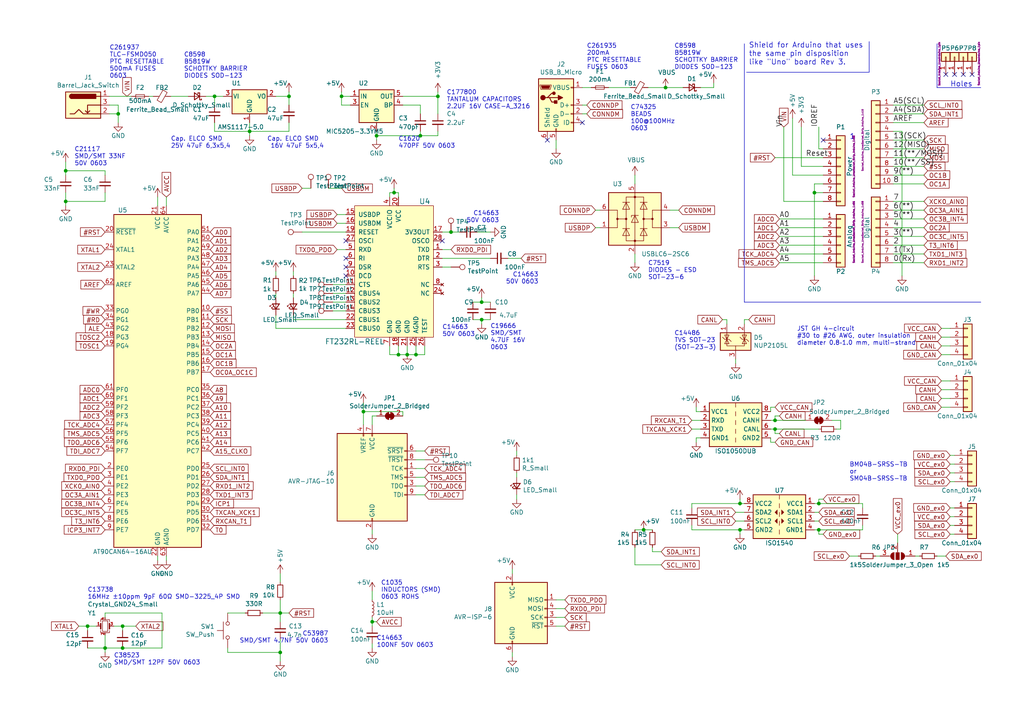
<source format=kicad_sch>
(kicad_sch (version 20220126) (generator eeschema)
  (paper "A4")
  (title_block (title "arducan") (date "2020-08-02") (rev "0") (company "-") (comment 1 "AT90CAN based Arduino-like Dev. Board") (comment 4 "Author: Henrique Faria"))
  (junction (at 30.48 187.96))
  (junction (at 237.49 153.67))
  (junction (at 120.65 102.87))
  (junction (at 35.56 187.96))
  (junction (at 81.28 189.23))
  (junction (at 121.92 39.37))
  (junction (at 118.11 102.87))
  (junction (at 105.41 119.38))
  (junction (at 214.63 153.67))
  (junction (at 186.69 153.67))
  (junction (at 107.95 180.34))
  (junction (at 35.56 181.61))
  (junction (at 224.79 121.92))
  (junction (at 214.63 146.05))
  (junction (at 237.49 146.05))
  (junction (at 83.82 27.94))
  (junction (at 127 27.94))
  (junction (at 139.7 92.71))
  (junction (at 25.4 181.61))
  (junction (at 193.04 25.4))
  (junction (at 19.05 49.53))
  (junction (at 19.05 58.42))
  (junction (at 72.39 38.1))
  (junction (at 130.81 67.31))
  (junction (at 81.28 177.8))
  (junction (at 34.29 33.02))
  (junction (at 62.23 27.94))
  (junction (at 109.22 39.37))
  (junction (at 114.3 55.88))
  (junction (at 99.06 27.94))
  (junction (at 236.22 55.88))
  (junction (at 115.57 102.87))
  (junction (at 224.79 124.46))
  (junction (at 139.7 87.63))
  (no_connect (at 100.33 74.93))
  (no_connect (at 168.91 35.56))
  (no_connect (at 276.86 21.59))
  (no_connect (at 100.33 69.85))
  (no_connect (at 158.75 40.64))
  (no_connect (at 281.94 21.59))
  (no_connect (at 128.27 69.85))
  (no_connect (at 100.33 77.47))
  (no_connect (at 279.4 21.59))
  (no_connect (at 100.33 80.01))
  (no_connect (at 238.76 40.64))
  (no_connect (at 274.32 21.59))
  (wire (pts (xy 275.59 132.08) (xy 276.86 132.08)))
  (wire (pts (xy 85.09 78.74) (xy 85.09 80.01)))
  (wire (pts (xy 120.65 140.97) (xy 123.19 140.97)))
  (wire (pts (xy 242.57 124.46) (xy 243.84 124.46)))
  (wire (pts (xy 113.03 55.88) (xy 114.3 55.88)))
  (wire (pts (xy 184.15 73.66) (xy 184.15 76.2)))
  (wire (pts (xy 224.79 121.92) (xy 224.79 120.65)))
  (wire (pts (xy 30.48 184.15) (xy 30.48 187.96)))
  (wire (pts (xy 223.52 124.46) (xy 224.79 124.46)))
  (wire (pts (xy 19.05 49.53) (xy 30.48 49.53)))
  (wire (pts (xy 250.19 153.67) (xy 250.19 152.4)))
  (wire (pts (xy 107.95 180.34) (xy 107.95 179.07)))
  (wire (pts (xy 45.72 161.29) (xy 45.72 162.56)))
  (wire (pts (xy 273.05 95.25) (xy 275.59 95.25)))
  (wire (pts (xy 151.13 74.93) (xy 147.32 74.93)))
  (wire (pts (xy 107.95 120.65) (xy 107.95 123.19)))
  (wire (pts (xy 243.84 124.46) (xy 243.84 121.92)))
  (wire (pts (xy 35.56 182.88) (xy 35.56 181.61)))
  (wire (pts (xy 207.01 25.4) (xy 207.01 24.13)))
  (wire (pts (xy 238.76 154.94) (xy 237.49 154.94)))
  (wire (pts (xy 19.05 50.8) (xy 19.05 49.53)))
  (wire (pts (xy 118.11 102.87) (xy 118.11 100.33)))
  (wire (pts (xy 31.75 30.48) (xy 34.29 30.48)))
  (wire (pts (xy 30.48 58.42) (xy 19.05 58.42)))
  (wire (pts (xy 30.48 187.96) (xy 30.48 189.23)))
  (wire (pts (xy 142.24 67.31) (xy 138.43 67.31)))
  (wire (pts (xy 260.35 157.48) (xy 260.35 154.94)))
  (wire (pts (xy 25.4 182.88) (xy 25.4 181.61)))
  (wire (pts (xy 116.84 30.48) (xy 121.92 30.48)))
  (wire (pts (xy 259.08 76.2) (xy 267.97 76.2)))
  (wire (pts (xy 186.69 153.67) (xy 184.15 153.67)))
  (wire (pts (xy 238.76 53.34) (xy 236.22 53.34)))
  (wire (pts (xy 118.11 102.87) (xy 120.65 102.87)))
  (wire (pts (xy 81.28 180.34) (xy 81.28 177.8)))
  (wire (pts (xy 237.49 153.67) (xy 250.19 153.67)))
  (wire (pts (xy 30.48 179.07) (xy 30.48 177.8)))
  (wire (pts (xy 191.77 163.83) (xy 184.15 163.83)))
  (wire (pts (xy 203.2 119.38) (xy 201.93 119.38)))
  (wire (pts (xy 200.66 124.46) (xy 203.2 124.46)))
  (wire (pts (xy 275.59 147.32) (xy 276.86 147.32)))
  (wire (pts (xy 227.33 58.42) (xy 227.33 36.83)))
  (wire (pts (xy 275.59 113.03) (xy 273.05 113.03)))
  (wire (pts (xy 223.52 128.27) (xy 224.79 128.27)))
  (wire (pts (xy 236.22 153.67) (xy 237.49 153.67)))
  (wire (pts (xy 83.82 27.94) (xy 80.01 27.94)))
  (wire (pts (xy 238.76 45.72) (xy 224.79 45.72)))
  (wire (pts (xy 85.09 86.36) (xy 85.09 85.09)))
  (wire (pts (xy 81.28 177.8) (xy 76.2 177.8)))
  (wire (pts (xy 236.22 55.88) (xy 236.22 80.01)))
  (wire (pts (xy 105.41 119.38) (xy 105.41 123.19)))
  (wire (pts (xy 238.76 68.58) (xy 226.06 68.58)))
  (wire (pts (xy 237.49 154.94) (xy 237.49 153.67)))
  (wire (pts (xy 273.05 115.57) (xy 275.59 115.57)))
  (wire (pts (xy 116.84 120.65) (xy 116.84 119.38)))
  (wire (pts (xy 259.08 53.34) (xy 267.97 53.34)))
  (wire (pts (xy 105.41 116.84) (xy 105.41 119.38)))
  (wire (pts (xy 161.29 181.61) (xy 163.83 181.61)))
  (wire (pts (xy 214.63 154.94) (xy 214.63 153.67)))
  (wire (pts (xy 237.49 43.18) (xy 238.76 43.18)))
  (wire (pts (xy 214.63 146.05) (xy 214.63 144.78)))
  (wire (pts (xy 209.55 92.71) (xy 210.82 92.71)))
  (wire (pts (xy 96.52 90.17) (xy 100.33 90.17)))
  (wire (pts (xy 238.76 48.26) (xy 232.41 48.26)))
  (wire (pts (xy 83.82 38.1) (xy 83.82 35.56)))
  (wire (pts (xy 259.08 38.1) (xy 261.62 38.1)))
  (wire (pts (xy 114.3 55.88) (xy 114.3 54.61)))
  (wire (pts (xy 109.22 40.64) (xy 109.22 39.37)))
  (wire (pts (xy 81.28 177.8) (xy 81.28 173.99)))
  (wire (pts (xy 224.79 124.46) (xy 224.79 125.73)))
  (wire (pts (xy 100.33 87.63) (xy 96.52 87.63)))
  (wire (pts (xy 107.95 171.45) (xy 107.95 173.99)))
  (wire (pts (xy 259.08 58.42) (xy 267.97 58.42)))
  (wire (pts (xy 46.99 187.96) (xy 35.56 187.96)))
  (wire (pts (xy 107.95 181.61) (xy 107.95 180.34)))
  (wire (pts (xy 97.79 72.39) (xy 100.33 72.39)))
  (wire (pts (xy 259.08 73.66) (xy 267.97 73.66)))
  (wire (pts (xy 99.06 27.94) (xy 101.6 27.94)))
  (wire (pts (xy 100.33 67.31) (xy 87.63 67.31)))
  (wire (pts (xy 80.01 78.74) (xy 80.01 80.01)))
  (wire (pts (xy 275.59 149.86) (xy 276.86 149.86)))
  (wire (pts (xy 120.65 130.81) (xy 123.19 130.81)))
  (wire (pts (xy 168.91 25.4) (xy 171.45 25.4)))
  (wire (pts (xy 81.28 168.91) (xy 81.28 166.37)))
  (wire (pts (xy 210.82 92.71) (xy 210.82 93.98)))
  (wire (pts (xy 275.59 118.11) (xy 273.05 118.11)))
  (wire (pts (xy 163.83 179.07) (xy 161.29 179.07)))
  (wire (pts (xy 130.81 72.39) (xy 128.27 72.39)))
  (wire (pts (xy 99.06 54.61) (xy 95.25 54.61)))
  (wire (pts (xy 137.16 87.63) (xy 139.7 87.63)))
  (wire (pts (xy 120.65 138.43) (xy 123.19 138.43)))
  (wire (pts (xy 265.43 161.29) (xy 266.7 161.29)))
  (wire (pts (xy 99.06 30.48) (xy 101.6 30.48)))
  (wire (pts (xy 66.04 187.96) (xy 66.04 189.23)))
  (wire (pts (xy 96.52 85.09) (xy 100.33 85.09)))
  (wire (pts (xy 120.65 102.87) (xy 123.19 102.87)))
  (wire (pts (xy 107.95 154.94) (xy 107.95 153.67)))
  (wire (pts (xy 34.29 33.02) (xy 34.29 35.56)))
  (wire (pts (xy 237.49 124.46) (xy 224.79 124.46)))
  (wire (pts (xy 236.22 146.05) (xy 237.49 146.05)))
  (wire (pts (xy 259.08 45.72) (xy 267.97 45.72)))
  (wire (pts (xy 107.95 187.96) (xy 107.95 186.69)))
  (wire (pts (xy 81.28 185.42) (xy 81.28 189.23)))
  (polyline (pts (xy 252.095 20.955) (xy 252.095 12.065)))
  (wire (pts (xy 237.49 36.83) (xy 237.49 43.18)))
  (wire (pts (xy 213.36 105.41) (xy 213.36 104.14)))
  (wire (pts (xy 201.93 119.38) (xy 201.93 118.11)))
  (wire (pts (xy 215.9 92.71) (xy 217.17 92.71)))
  (wire (pts (xy 196.85 66.04) (xy 194.31 66.04)))
  (wire (pts (xy 128.27 74.93) (xy 142.24 74.93)))
  (wire (pts (xy 237.49 146.05) (xy 250.19 146.05)))
  (wire (pts (xy 97.79 64.77) (xy 100.33 64.77)))
  (wire (pts (xy 223.52 119.38) (xy 223.52 118.11)))
  (wire (pts (xy 259.08 66.04) (xy 267.97 66.04)))
  (wire (pts (xy 161.29 173.99) (xy 163.83 173.99)))
  (wire (pts (xy 215.9 148.59) (xy 213.36 148.59)))
  (wire (pts (xy 238.76 71.12) (xy 226.06 71.12)))
  (wire (pts (xy 238.76 63.5) (xy 226.06 63.5)))
  (wire (pts (xy 275.59 154.94) (xy 276.86 154.94)))
  (wire (pts (xy 223.52 121.92) (xy 224.79 121.92)))
  (wire (pts (xy 113.03 102.87) (xy 113.03 100.33)))
  (wire (pts (xy 184.15 163.83) (xy 184.15 158.75)))
  (wire (pts (xy 261.62 38.1) (xy 261.62 80.01)))
  (wire (pts (xy 130.81 77.47) (xy 128.27 77.47)))
  (wire (pts (xy 83.82 26.67) (xy 83.82 27.94)))
  (wire (pts (xy 200.66 146.05) (xy 200.66 147.32)))
  (wire (pts (xy 224.79 121.92) (xy 233.68 121.92)))
  (wire (pts (xy 130.81 67.31) (xy 133.35 67.31)))
  (wire (pts (xy 109.22 120.65) (xy 107.95 120.65)))
  (wire (pts (xy 25.4 181.61) (xy 27.94 181.61)))
  (wire (pts (xy 250.19 147.32) (xy 250.19 146.05)))
  (wire (pts (xy 31.75 33.02) (xy 34.29 33.02)))
  (wire (pts (xy 83.82 177.8) (xy 81.28 177.8)))
  (wire (pts (xy 238.76 58.42) (xy 227.33 58.42)))
  (wire (pts (xy 80.01 95.25) (xy 100.33 95.25)))
  (wire (pts (xy 259.08 63.5) (xy 267.97 63.5)))
  (wire (pts (xy 90.17 54.61) (xy 87.63 54.61)))
  (wire (pts (xy 123.19 133.35) (xy 120.65 133.35)))
  (wire (pts (xy 31.75 27.94) (xy 38.1 27.94)))
  (wire (pts (xy 273.05 110.49) (xy 275.59 110.49)))
  (wire (pts (xy 275.59 134.62) (xy 276.86 134.62)))
  (wire (pts (xy 238.76 76.2) (xy 226.06 76.2)))
  (wire (pts (xy 173.99 60.96) (xy 172.72 60.96)))
  (wire (pts (xy 215.9 146.05) (xy 214.63 146.05)))
  (wire (pts (xy 72.39 38.1) (xy 83.82 38.1)))
  (wire (pts (xy 232.41 48.26) (xy 232.41 36.83)))
  (wire (pts (xy 259.08 35.56) (xy 267.97 35.56)))
  (wire (pts (xy 184.15 50.8) (xy 184.15 53.34)))
  (wire (pts (xy 62.23 30.48) (xy 62.23 27.94)))
  (wire (pts (xy 248.92 161.29) (xy 246.38 161.29)))
  (wire (pts (xy 149.86 144.78) (xy 149.86 143.51)))
  (wire (pts (xy 223.52 127) (xy 223.52 128.27)))
  (wire (pts (xy 116.84 27.94) (xy 127 27.94)))
  (wire (pts (xy 238.76 55.88) (xy 236.22 55.88)))
  (wire (pts (xy 259.08 48.26) (xy 267.97 48.26)))
  (wire (pts (xy 172.72 66.04) (xy 173.99 66.04)))
  (wire (pts (xy 62.23 35.56) (xy 62.23 38.1)))
  (wire (pts (xy 259.08 50.8) (xy 267.97 50.8)))
  (wire (pts (xy 48.26 57.15) (xy 48.26 59.69)))
  (wire (pts (xy 34.29 30.48) (xy 34.29 33.02)))
  (wire (pts (xy 30.48 177.8) (xy 46.99 177.8)))
  (wire (pts (xy 139.7 86.36) (xy 139.7 87.63)))
  (wire (pts (xy 96.52 82.55) (xy 100.33 82.55)))
  (polyline (pts (xy 271.78 25.4) (xy 271.78 12.7)))
  (wire (pts (xy 66.04 189.23) (xy 81.28 189.23)))
  (wire (pts (xy 59.69 27.94) (xy 62.23 27.94)))
  (wire (pts (xy 275.59 152.4) (xy 276.86 152.4)))
  (wire (pts (xy 85.09 92.71) (xy 85.09 91.44)))
  (wire (pts (xy 148.59 166.37) (xy 148.59 165.1)))
  (wire (pts (xy 22.86 181.61) (xy 25.4 181.61)))
  (polyline (pts (xy 216.535 20.955) (xy 252.095 20.955)))
  (wire (pts (xy 35.56 181.61) (xy 39.37 181.61)))
  (wire (pts (xy 214.63 153.67) (xy 215.9 153.67)))
  (wire (pts (xy 273.05 100.33) (xy 275.59 100.33)))
  (polyline (pts (xy 284.48 25.4) (xy 271.78 25.4)))
  (wire (pts (xy 99.06 26.67) (xy 99.06 27.94)))
  (wire (pts (xy 109.22 39.37) (xy 121.92 39.37)))
  (wire (pts (xy 30.48 49.53) (xy 30.48 50.8)))
  (wire (pts (xy 30.48 55.88) (xy 30.48 58.42)))
  (wire (pts (xy 259.08 60.96) (xy 267.97 60.96)))
  (wire (pts (xy 201.93 128.27) (xy 201.93 127)))
  (wire (pts (xy 187.96 25.4) (xy 193.04 25.4)))
  (wire (pts (xy 72.39 38.1) (xy 72.39 35.56)))
  (wire (pts (xy 237.49 144.78) (xy 237.49 146.05)))
  (wire (pts (xy 113.03 57.15) (xy 113.03 55.88)))
  (wire (pts (xy 238.76 144.78) (xy 237.49 144.78)))
  (wire (pts (xy 19.05 59.69) (xy 19.05 58.42)))
  (wire (pts (xy 203.2 121.92) (xy 200.66 121.92)))
  (wire (pts (xy 229.87 50.8) (xy 229.87 34.29)))
  (wire (pts (xy 115.57 102.87) (xy 115.57 100.33)))
  (wire (pts (xy 127 39.37) (xy 121.92 39.37)))
  (wire (pts (xy 214.63 153.67) (xy 200.66 153.67)))
  (wire (pts (xy 120.65 143.51) (xy 123.19 143.51)))
  (wire (pts (xy 62.23 27.94) (xy 64.77 27.94)))
  (wire (pts (xy 259.08 40.64) (xy 267.97 40.64)))
  (wire (pts (xy 49.53 27.94) (xy 54.61 27.94)))
  (wire (pts (xy 224.79 125.73) (xy 226.06 125.73)))
  (wire (pts (xy 189.23 153.67) (xy 186.69 153.67)))
  (wire (pts (xy 139.7 92.71) (xy 142.24 92.71)))
  (wire (pts (xy 120.65 102.87) (xy 120.65 100.33)))
  (wire (pts (xy 275.59 102.87) (xy 273.05 102.87)))
  (wire (pts (xy 44.45 27.94) (xy 43.18 27.94)))
  (wire (pts (xy 72.39 39.37) (xy 72.39 38.1)))
  (wire (pts (xy 83.82 30.48) (xy 83.82 27.94)))
  (wire (pts (xy 238.76 50.8) (xy 229.87 50.8)))
  (wire (pts (xy 176.53 25.4) (xy 182.88 25.4)))
  (wire (pts (xy 149.86 138.43) (xy 149.86 137.16)))
  (wire (pts (xy 236.22 148.59) (xy 237.49 148.59)))
  (wire (pts (xy 275.59 97.79) (xy 273.05 97.79)))
  (wire (pts (xy 259.08 30.48) (xy 267.97 30.48)))
  (wire (pts (xy 214.63 146.05) (xy 200.66 146.05)))
  (wire (pts (xy 114.3 55.88) (xy 115.57 55.88)))
  (wire (pts (xy 109.22 180.34) (xy 107.95 180.34)))
  (wire (pts (xy 191.77 160.02) (xy 189.23 160.02)))
  (wire (pts (xy 48.26 161.29) (xy 48.26 162.56)))
  (wire (pts (xy 30.48 187.96) (xy 35.56 187.96)))
  (wire (pts (xy 45.72 57.15) (xy 45.72 59.69)))
  (wire (pts (xy 213.36 151.13) (xy 215.9 151.13)))
  (wire (pts (xy 276.86 139.7) (xy 275.59 139.7)))
  (wire (pts (xy 259.08 68.58) (xy 267.97 68.58)))
  (wire (pts (xy 259.08 43.18) (xy 267.97 43.18)))
  (wire (pts (xy 236.22 53.34) (xy 236.22 55.88)))
  (polyline (pts (xy 215.9 87.63) (xy 284.48 87.63)))
  (wire (pts (xy 168.91 33.02) (xy 170.18 33.02)))
  (wire (pts (xy 200.66 153.67) (xy 200.66 152.4)))
  (wire (pts (xy 259.08 71.12) (xy 267.97 71.12)))
  (wire (pts (xy 127 26.67) (xy 127 27.94)))
  (wire (pts (xy 161.29 176.53) (xy 163.83 176.53)))
  (wire (pts (xy 80.01 86.36) (xy 80.01 85.09)))
  (wire (pts (xy 275.59 137.16) (xy 276.86 137.16)))
  (wire (pts (xy 236.22 151.13) (xy 237.49 151.13)))
  (wire (pts (xy 19.05 49.53) (xy 19.05 46.99)))
  (wire (pts (xy 168.91 30.48) (xy 170.18 30.48)))
  (wire (pts (xy 215.9 93.98) (xy 215.9 92.71)))
  (wire (pts (xy 115.57 102.87) (xy 113.03 102.87)))
  (wire (pts (xy 123.19 102.87) (xy 123.19 100.33)))
  (wire (pts (xy 161.29 40.64) (xy 161.29 43.18)))
  (wire (pts (xy 46.99 177.8) (xy 46.99 187.96)))
  (wire (pts (xy 201.93 127) (xy 203.2 127)))
  (wire (pts (xy 259.08 33.02) (xy 267.97 33.02)))
  (wire (pts (xy 243.84 121.92) (xy 241.3 121.92)))
  (wire (pts (xy 25.4 187.96) (xy 30.48 187.96)))
  (wire (pts (xy 271.78 161.29) (xy 274.32 161.29)))
  (wire (pts (xy 203.2 25.4) (xy 207.01 25.4)))
  (wire (pts (xy 109.22 39.37) (xy 109.22 38.1)))
  (wire (pts (xy 19.05 58.42) (xy 19.05 55.88)))
  (wire (pts (xy 139.7 93.98) (xy 139.7 92.71)))
  (wire (pts (xy 238.76 66.04) (xy 226.06 66.04)))
  (wire (pts (xy 127 39.37) (xy 127 38.1)))
  (wire (pts (xy 121.92 30.48) (xy 121.92 33.02)))
  (wire (pts (xy 223.52 118.11) (xy 224.79 118.11)))
  (wire (pts (xy 81.28 189.23) (xy 81.28 191.77)))
  (wire (pts (xy 193.04 25.4) (xy 198.12 25.4)))
  (wire (pts (xy 100.33 62.23) (xy 97.79 62.23)))
  (wire (pts (xy 71.12 177.8) (xy 66.04 177.8)))
  (wire (pts (xy 148.59 190.5) (xy 148.59 189.23)))
  (wire (pts (xy 149.86 132.08) (xy 149.86 130.81)))
  (wire (pts (xy 115.57 55.88) (xy 115.57 57.15)))
  (wire (pts (xy 100.33 92.71) (xy 85.09 92.71)))
  (wire (pts (xy 116.84 119.38) (xy 105.41 119.38)))
  (wire (pts (xy 99.06 27.94) (xy 99.06 30.48)))
  (wire (pts (xy 118.11 102.87) (xy 115.57 102.87)))
  (wire (pts (xy 139.7 87.63) (xy 142.24 87.63)))
  (wire (pts (xy 33.02 181.61) (xy 35.56 181.61)))
  (wire (pts (xy 121.92 39.37) (xy 121.92 38.1)))
  (polyline (pts (xy 215.9 12.7) (xy 215.9 87.63)))
  (wire (pts (xy 238.76 73.66) (xy 226.06 73.66)))
  (wire (pts (xy 224.79 120.65) (xy 226.06 120.65)))
  (wire (pts (xy 196.85 60.96) (xy 194.31 60.96)))
  (wire (pts (xy 62.23 38.1) (xy 72.39 38.1)))
  (wire (pts (xy 120.65 135.89) (xy 123.19 135.89)))
  (wire (pts (xy 80.01 91.44) (xy 80.01 95.25)))
  (wire (pts (xy 128.27 67.31) (xy 130.81 67.31)))
  (wire (pts (xy 127 27.94) (xy 127 33.02)))
  (wire (pts (xy 137.16 92.71) (xy 139.7 92.71)))
  (wire (pts (xy 254 161.29) (xy 255.27 161.29)))
  (wire (pts (xy 189.23 160.02) (xy 189.23 158.75)))
  (text "C13738 \n16MHz ±10ppm 9pF 60Ω SMD-3225_4P SMD" (at 25.4 173.99 0) (effects (font (size 1.27 1.27)) (justify left bottom)))
  (text "C74325\nBEADS \n100@100MHz\n0603\n" (at 182.88 38.1 0) (effects (font (size 1.27 1.27)) (justify left bottom)))
  (text "C14663\n50V 0603" (at 144.78 64.77 0) (effects (font (size 1.27 1.27)) (justify right bottom)))
  (text "C38523\nSMD/SMT 12PF 50V 0603 " (at 33.02 193.04 0) (effects (font (size 1.27 1.27)) (justify left bottom)))
  (text "C8598\nB5819W\nSCHOTTKY BARRIER \nDIODES SOD-123" (at 195.58 20.32 0) (effects (font (size 1.27 1.27)) (justify left bottom)))
  (text "Shield for Arduino that uses\nthe same pin disposition\nlike \"Uno\" board Rev 3." (at 217.17 19.05 0) (effects (font (size 1.524 1.524)) (justify left bottom)))
  (text "C7519\nDIODES - ESD \nSOT-23-6" (at 187.96 81.28 0) (effects (font (size 1.27 1.27)) (justify left bottom)))
  (text "C8598\nB5819W\nSCHOTTKY BARRIER \nDIODES SOD-123" (at 53.34 22.86 0) (effects (font (size 1.27 1.27)) (justify left bottom)))
  (text "BM04B-SRSS-TB\nor\nSM04B-SRSS-TB" (at 246.38 139.7 0) (effects (font (size 1.27 1.27)) (justify left bottom)))
  (text "C21117\nSMD/SMT 33NF \n50V 0603 " (at 21.59 48.26 0) (effects (font (size 1.27 1.27)) (justify left bottom)))
  (text "C14486\nTVS SOT-23\n(SOT-23-3)" (at 195.58 101.6 0) (effects (font (size 1.27 1.27)) (justify left bottom)))
  (text "1" (at 246.38 40.64 0) (effects (font (size 1.524 1.524)) (justify left bottom)))
  (text "C19666\nSMD/SMT \n4.7UF 16V \n0603" (at 142.24 101.6 0) (effects (font (size 1.27 1.27)) (justify left bottom)))
  (text "Holes" (at 275.59 25.4 0) (effects (font (size 1.524 1.524)) (justify left bottom)))
  (text "Cap. ELCO SMD \n25V 47uF 6,3x5,4" (at 49.53 43.18 0) (effects (font (size 1.27 1.27)) (justify left bottom)))
  (text "C14663\n50V 0603" (at 156.21 82.55 0) (effects (font (size 1.27 1.27)) (justify right bottom)))
  (text "\nC1035\nINDUCTORS (SMD)\n0603 ROHS" (at 110.49 173.99 0) (effects (font (size 1.27 1.27)) (justify left bottom)))
  (text "C1620\n470PF 50V 0603" (at 115.57 43.18 0) (effects (font (size 1.27 1.27)) (justify left bottom)))
  (text "C14663\n50V 0603" (at 128.27 97.79 0) (effects (font (size 1.27 1.27)) (justify left bottom)))
  (text "C261937\nTLC-FSMD050\nPTC RESETTABLE \n500mA FUSES \n0603" (at 31.75 22.86 0) (effects (font (size 1.27 1.27)) (justify left bottom)))
  (text "Cap. ELCO SMD\n 16V 47uF 5x5,4" (at 77.47 43.18 0) (effects (font (size 1.27 1.27)) (justify left bottom)))
  (text "C14663\n100NF 50V 0603" (at 109.22 187.96 0) (effects (font (size 1.27 1.27)) (justify left bottom)))
  (text "C261935\n200mA\nPTC RESETTABLE \nFUSES 0603" (at 170.18 20.32 0) (effects (font (size 1.27 1.27)) (justify left bottom)))
  (text "JST GH 4-circuit\n#30 to #26 AWG, outer insulation \ndiameter 0.8–1.0 mm, multi-strand" (at 231.14 100.33 0) (effects (font (size 1.27 1.27)) (justify left bottom)))
  (text "C53987\nSMD/SMT 4.7NF 50V 0603" (at 95.25 186.69 0) (effects (font (size 1.27 1.27)) (justify right bottom)))
  (text "C177800\nTANTALUM CAPACITORS \n2.2UF 16V CASE-A_3216" (at 129.54 31.75 0) (effects (font (size 1.27 1.27)) (justify left bottom)))
  (label "A5" (at 226.06 76.2 0) (effects (font (size 1.524 1.524))))
  (label "13(SCK)" (at 259.08 40.64 0) (effects (font (size 1.524 1.524))))
  (label "7" (at 259.08 58.42 0) (effects (font (size 1.524 1.524))))
  (label "11(**/MOSI)" (at 259.08 45.72 0) (effects (font (size 1.524 1.524))))
  (label "12(MISO)" (at 259.08 43.18 0) (effects (font (size 1.524 1.524))))
  (label "4" (at 259.08 66.04 0) (effects (font (size 1.524 1.524))))
  (label "A4" (at 226.06 73.66 0) (effects (font (size 1.524 1.524))))
  (label "10(**/SS)" (at 259.08 48.26 0) (effects (font (size 1.524 1.524))))
  (label "AREF" (at 259.08 35.56 0) (effects (font (size 1.524 1.524))))
  (label "A0" (at 226.06 63.5 0) (effects (font (size 1.524 1.524))))
  (label "3(**)" (at 259.08 68.58 0) (effects (font (size 1.524 1.524))))
  (label "5(**)" (at 259.08 63.5 0) (effects (font (size 1.524 1.524))))
  (label "Vin" (at 227.33 36.83 90) (effects (font (size 1.524 1.524))))
  (label "Reset" (at 233.68 45.72 0) (effects (font (size 1.524 1.524))))
  (label "8" (at 259.08 53.34 0) (effects (font (size 1.524 1.524))))
  (label "2" (at 259.08 71.12 0) (effects (font (size 1.524 1.524))))
  (label "IOREF" (at 237.49 36.83 90) (effects (font (size 1.524 1.524))))
  (label "6(**)" (at 259.08 60.96 0) (effects (font (size 1.524 1.524))))
  (label "A2" (at 226.06 68.58 0) (effects (font (size 1.524 1.524))))
  (label "A3" (at 226.06 71.12 0) (effects (font (size 1.524 1.524))))
  (label "A1" (at 226.06 66.04 0) (effects (font (size 1.524 1.524))))
  (label "9(**)" (at 259.08 50.8 0) (effects (font (size 1.524 1.524))))
  (label "0(Rx)" (at 259.08 76.2 0) (effects (font (size 1.524 1.524))))
  (label "A5(SCL)" (at 259.08 30.48 0) (effects (font (size 1.524 1.524))))
  (label "A4(SDA)" (at 259.08 33.02 0) (effects (font (size 1.524 1.524))))
  (label "1(Tx)" (at 259.08 73.66 0) (effects (font (size 1.524 1.524))))
  (global_label "ALE" (shape input) (at 30.48 95.25 180) (property "Intersheet References" "${INTERSHEET_REFS}" (effects hide)))
  (global_label "A9" (shape input) (at 60.96 115.57 0) (property "Intersheet References" "${INTERSHEET_REFS}" (effects hide)))
  (global_label "#RST" (shape input) (at 123.19 130.81 0) (property "Intersheet References" "${INTERSHEET_REFS}" (effects hide)))
  (global_label "OC1B" (shape input) (at 60.96 105.41 0) (property "Intersheet References" "${INTERSHEET_REFS}" (effects hide)))
  (global_label "XTAL1" (shape input) (at 30.48 72.39 180) (property "Intersheet References" "${INTERSHEET_REFS}" (effects hide)))
  (global_label "CONNDP" (shape input) (at 170.18 30.48 0) (property "Intersheet References" "${INTERSHEET_REFS}" (effects hide)))
  (global_label "OC2A" (shape input) (at 60.96 100.33 0) (property "Intersheet References" "${INTERSHEET_REFS}" (effects hide)))
  (global_label "USBDM" (shape input) (at 99.06 54.61 0) (property "Intersheet References" "${INTERSHEET_REFS}" (effects hide)))
  (global_label "CANH" (shape input) (at 273.05 113.03 180) (property "Intersheet References" "${INTERSHEET_REFS}" (effects hide)))
  (global_label "GND_ex0" (shape input) (at 275.59 132.08 180) (property "Intersheet References" "${INTERSHEET_REFS}" (effects hide)))
  (global_label "#SS" (shape input) (at 60.96 90.17 0) (property "Intersheet References" "${INTERSHEET_REFS}" (effects hide)))
  (global_label "TDO_ADC6" (shape input) (at 30.48 128.27 180) (property "Intersheet References" "${INTERSHEET_REFS}" (effects hide)))
  (global_label "ADC3" (shape input) (at 226.06 71.12 180) (property "Intersheet References" "${INTERSHEET_REFS}" (effects hide)))
  (global_label "TDO_ADC6" (shape input) (at 123.19 140.97 0) (property "Intersheet References" "${INTERSHEET_REFS}" (effects hide)))
  (global_label "OC3B_INT4" (shape input) (at 30.48 146.05 180) (property "Intersheet References" "${INTERSHEET_REFS}" (effects hide)))
  (global_label "A11" (shape input) (at 60.96 120.65 0) (property "Intersheet References" "${INTERSHEET_REFS}" (effects hide)))
  (global_label "ADC3" (shape input) (at 30.48 120.65 180) (property "Intersheet References" "${INTERSHEET_REFS}" (effects hide)))
  (global_label "XCK0_AIN0" (shape input) (at 267.97 58.42 0) (property "Intersheet References" "${INTERSHEET_REFS}" (effects hide)))
  (global_label "USBDM" (shape input) (at 97.79 64.77 180) (property "Intersheet References" "${INTERSHEET_REFS}" (effects hide)))
  (global_label "AD6" (shape input) (at 60.96 82.55 0) (property "Intersheet References" "${INTERSHEET_REFS}" (effects hide)))
  (global_label "TXD0_PDO" (shape input) (at 163.83 173.99 0) (property "Intersheet References" "${INTERSHEET_REFS}" (effects hide)))
  (global_label "OC3A_AIN1" (shape input) (at 30.48 143.51 180) (property "Intersheet References" "${INTERSHEET_REFS}" (effects hide)))
  (global_label "MISO" (shape input) (at 60.96 97.79 0) (property "Intersheet References" "${INTERSHEET_REFS}" (effects hide)))
  (global_label "TXCAN_XCK1" (shape input) (at 60.96 148.59 0) (property "Intersheet References" "${INTERSHEET_REFS}" (effects hide)))
  (global_label "OC1A" (shape input) (at 267.97 53.34 0) (property "Intersheet References" "${INTERSHEET_REFS}" (effects hide)))
  (global_label "CANH" (shape input) (at 273.05 97.79 180) (property "Intersheet References" "${INTERSHEET_REFS}" (effects hide)))
  (global_label "VIN" (shape input) (at 227.33 36.83 90) (property "Intersheet References" "${INTERSHEET_REFS}" (effects hide)))
  (global_label "RXCAN_T1" (shape input) (at 60.96 151.13 0) (property "Intersheet References" "${INTERSHEET_REFS}" (effects hide)))
  (global_label "OC3C_INT5" (shape input) (at 267.97 68.58 0) (property "Intersheet References" "${INTERSHEET_REFS}" (effects hide)))
  (global_label "SCL_ex0" (shape input) (at 246.38 161.29 180) (property "Intersheet References" "${INTERSHEET_REFS}" (effects hide)))
  (global_label "USBDM" (shape input) (at 196.85 66.04 0) (property "Intersheet References" "${INTERSHEET_REFS}" (effects hide)))
  (global_label "SDA_INT1" (shape input) (at 191.77 160.02 0) (property "Intersheet References" "${INTERSHEET_REFS}" (effects hide)))
  (global_label "RXD0_PDI" (shape input) (at 30.48 135.89 180) (property "Intersheet References" "${INTERSHEET_REFS}" (effects hide)))
  (global_label "VCC_CAN" (shape input) (at 273.05 95.25 180) (property "Intersheet References" "${INTERSHEET_REFS}" (effects hide)))
  (global_label "A13" (shape input) (at 60.96 125.73 0) (property "Intersheet References" "${INTERSHEET_REFS}" (effects hide)))
  (global_label "SDA_INT1" (shape input) (at 213.36 148.59 180) (property "Intersheet References" "${INTERSHEET_REFS}" (effects hide)))
  (global_label "TMS_ADC5" (shape input) (at 123.19 138.43 0) (property "Intersheet References" "${INTERSHEET_REFS}" (effects hide)))
  (global_label "TOSC2" (shape input) (at 30.48 97.79 180) (property "Intersheet References" "${INTERSHEET_REFS}" (effects hide)))
  (global_label "#RST" (shape input) (at 163.83 181.61 0) (property "Intersheet References" "${INTERSHEET_REFS}" (effects hide)))
  (global_label "OC3A_AIN1" (shape input) (at 267.97 60.96 0) (property "Intersheet References" "${INTERSHEET_REFS}" (effects hide)))
  (global_label "OC3B_INT4" (shape input) (at 267.97 63.5 0) (property "Intersheet References" "${INTERSHEET_REFS}" (effects hide)))
  (global_label "ADC1" (shape input) (at 226.06 66.04 180) (property "Intersheet References" "${INTERSHEET_REFS}" (effects hide)))
  (global_label "VCC_ex0" (shape input) (at 260.35 154.94 90) (property "Intersheet References" "${INTERSHEET_REFS}" (effects hide)))
  (global_label "#RST" (shape input) (at 224.79 45.72 180) (property "Intersheet References" "${INTERSHEET_REFS}" (effects hide)))
  (global_label "XTAL1" (shape input) (at 22.86 181.61 180) (property "Intersheet References" "${INTERSHEET_REFS}" (effects hide)))
  (global_label "GND_ex0" (shape input) (at 275.59 147.32 180) (property "Intersheet References" "${INTERSHEET_REFS}" (effects hide)))
  (global_label "USBDP" (shape input) (at 87.63 54.61 180) (property "Intersheet References" "${INTERSHEET_REFS}" (effects hide)))
  (global_label "SCL_INT0" (shape input) (at 191.77 163.83 0) (property "Intersheet References" "${INTERSHEET_REFS}" (effects hide)))
  (global_label "A8" (shape input) (at 60.96 113.03 0) (property "Intersheet References" "${INTERSHEET_REFS}" (effects hide)))
  (global_label "AREF" (shape input) (at 30.48 82.55 180) (property "Intersheet References" "${INTERSHEET_REFS}" (effects hide)))
  (global_label "OC1B" (shape input) (at 267.97 50.8 0) (property "Intersheet References" "${INTERSHEET_REFS}" (effects hide)))
  (global_label "CONNDM" (shape input) (at 170.18 33.02 0) (property "Intersheet References" "${INTERSHEET_REFS}" (effects hide)))
  (global_label "RXD0_PDI" (shape input) (at 163.83 176.53 0) (property "Intersheet References" "${INTERSHEET_REFS}" (effects hide)))
  (global_label "MOSI" (shape input) (at 60.96 95.25 0) (property "Intersheet References" "${INTERSHEET_REFS}" (effects hide)))
  (global_label "#RST" (shape input) (at 83.82 177.8 0) (property "Intersheet References" "${INTERSHEET_REFS}" (effects hide)))
  (global_label "AVCC" (shape input) (at 109.22 180.34 0) (property "Intersheet References" "${INTERSHEET_REFS}" (effects hide)))
  (global_label "TXD1_INT3" (shape input) (at 60.96 143.51 0) (property "Intersheet References" "${INTERSHEET_REFS}" (effects hide)))
  (global_label "SCL_INT0" (shape input) (at 213.36 151.13 180) (property "Intersheet References" "${INTERSHEET_REFS}" (effects hide)))
  (global_label "CONNDP" (shape input) (at 172.72 60.96 180) (property "Intersheet References" "${INTERSHEET_REFS}" (effects hide)))
  (global_label "ICP1" (shape input) (at 60.96 146.05 0) (property "Intersheet References" "${INTERSHEET_REFS}" (effects hide)))
  (global_label "CANH" (shape input) (at 226.06 120.65 0) (property "Intersheet References" "${INTERSHEET_REFS}" (effects hide)))
  (global_label "VCC_CAN" (shape input) (at 273.05 110.49 180) (property "Intersheet References" "${INTERSHEET_REFS}" (effects hide)))
  (global_label "TCK_ADC4" (shape input) (at 226.06 73.66 180) (property "Intersheet References" "${INTERSHEET_REFS}" (effects hide)))
  (global_label "SDA_ex0" (shape input) (at 275.59 152.4 180) (property "Intersheet References" "${INTERSHEET_REFS}" (effects hide)))
  (global_label "RXD1_INT2" (shape input) (at 60.96 140.97 0) (property "Intersheet References" "${INTERSHEET_REFS}" (effects hide)))
  (global_label "SCK" (shape input) (at 267.97 40.64 0) (property "Intersheet References" "${INTERSHEET_REFS}" (effects hide)))
  (global_label "TCK_ADC4" (shape input) (at 123.19 135.89 0) (property "Intersheet References" "${INTERSHEET_REFS}" (effects hide)))
  (global_label "SDA_INT1" (shape input) (at 60.96 138.43 0) (property "Intersheet References" "${INTERSHEET_REFS}" (effects hide)))
  (global_label "AD7" (shape input) (at 60.96 85.09 0) (property "Intersheet References" "${INTERSHEET_REFS}" (effects hide)))
  (global_label "ADC2" (shape input) (at 30.48 118.11 180) (property "Intersheet References" "${INTERSHEET_REFS}" (effects hide)))
  (global_label "RXCAN_T1" (shape input) (at 200.66 121.92 180) (property "Intersheet References" "${INTERSHEET_REFS}" (effects hide)))
  (global_label "VCC_ex0" (shape input) (at 238.76 144.78 0) (property "Intersheet References" "${INTERSHEET_REFS}" (effects hide)))
  (global_label "T3_INT6" (shape input) (at 267.97 71.12 0) (property "Intersheet References" "${INTERSHEET_REFS}" (effects hide)))
  (global_label "SCL_ex0" (shape input) (at 275.59 139.7 180) (property "Intersheet References" "${INTERSHEET_REFS}" (effects hide)))
  (global_label "SDA_ex0" (shape input) (at 274.32 161.29 0) (property "Intersheet References" "${INTERSHEET_REFS}" (effects hide)))
  (global_label "TCK_ADC4" (shape input) (at 30.48 123.19 180) (property "Intersheet References" "${INTERSHEET_REFS}" (effects hide)))
  (global_label "XCK0_AIN0" (shape input) (at 30.48 140.97 180) (property "Intersheet References" "${INTERSHEET_REFS}" (effects hide)))
  (global_label "MISO" (shape input) (at 267.97 43.18 0) (property "Intersheet References" "${INTERSHEET_REFS}" (effects hide)))
  (global_label "GND_CAN" (shape input) (at 273.05 118.11 180) (property "Intersheet References" "${INTERSHEET_REFS}" (effects hide)))
  (global_label "USBDP" (shape input) (at 97.79 62.23 180) (property "Intersheet References" "${INTERSHEET_REFS}" (effects hide)))
  (global_label "T3_INT6" (shape input) (at 30.48 151.13 180) (property "Intersheet References" "${INTERSHEET_REFS}" (effects hide)))
  (global_label "A10" (shape input) (at 60.96 118.11 0) (property "Intersheet References" "${INTERSHEET_REFS}" (effects hide)))
  (global_label "XTAL2" (shape input) (at 30.48 77.47 180) (property "Intersheet References" "${INTERSHEET_REFS}" (effects hide)))
  (global_label "A12" (shape input) (at 60.96 123.19 0) (property "Intersheet References" "${INTERSHEET_REFS}" (effects hide)))
  (global_label "TMS_ADC5" (shape input) (at 226.06 76.2 180) (property "Intersheet References" "${INTERSHEET_REFS}" (effects hide)))
  (global_label "SCL_ex0" (shape input) (at 237.49 151.13 0) (property "Intersheet References" "${INTERSHEET_REFS}" (effects hide)))
  (global_label "#RD" (shape input) (at 30.48 92.71 180) (property "Intersheet References" "${INTERSHEET_REFS}" (effects hide)))
  (global_label "ADC2" (shape input) (at 226.06 68.58 180) (property "Intersheet References" "${INTERSHEET_REFS}" (effects hide)))
  (global_label "AD5" (shape input) (at 60.96 80.01 0) (property "Intersheet References" "${INTERSHEET_REFS}" (effects hide)))
  (global_label "SCL_INT0" (shape input) (at 267.97 30.48 0) (property "Intersheet References" "${INTERSHEET_REFS}" (effects hide)))
  (global_label "TXD1_INT3" (shape input) (at 267.97 73.66 0) (property "Intersheet References" "${INTERSHEET_REFS}" (effects hide)))
  (global_label "AD0" (shape input) (at 60.96 67.31 0) (property "Intersheet References" "${INTERSHEET_REFS}" (effects hide)))
  (global_label "SDA_ex0" (shape input) (at 237.49 148.59 0) (property "Intersheet References" "${INTERSHEET_REFS}" (effects hide)))
  (global_label "OC2A" (shape input) (at 267.97 66.04 0) (property "Intersheet References" "${INTERSHEET_REFS}" (effects hide)))
  (global_label "CANL" (shape input) (at 226.06 125.73 0) (property "Intersheet References" "${INTERSHEET_REFS}" (effects hide)))
  (global_label "ICP3_INT7" (shape input) (at 30.48 153.67 180) (property "Intersheet References" "${INTERSHEET_REFS}" (effects hide)))
  (global_label "XTAL2" (shape input) (at 39.37 181.61 0) (property "Intersheet References" "${INTERSHEET_REFS}" (effects hide)))
  (global_label "AD2" (shape input) (at 60.96 72.39 0) (property "Intersheet References" "${INTERSHEET_REFS}" (effects hide)))
  (global_label "MOSI" (shape input) (at 267.97 45.72 0) (property "Intersheet References" "${INTERSHEET_REFS}" (effects hide)))
  (global_label "AD1" (shape input) (at 60.96 69.85 0) (property "Intersheet References" "${INTERSHEET_REFS}" (effects hide)))
  (global_label "RXD1_INT2" (shape input) (at 267.97 76.2 0) (property "Intersheet References" "${INTERSHEET_REFS}" (effects hide)))
  (global_label "AREF" (shape input) (at 267.97 35.56 0) (property "Intersheet References" "${INTERSHEET_REFS}" (effects hide)))
  (global_label "#SS" (shape input) (at 267.97 48.26 0) (property "Intersheet References" "${INTERSHEET_REFS}" (effects hide)))
  (global_label "VCC_CAN" (shape input) (at 224.79 118.11 0) (property "Intersheet References" "${INTERSHEET_REFS}" (effects hide)))
  (global_label "AD4" (shape input) (at 60.96 77.47 0) (property "Intersheet References" "${INTERSHEET_REFS}" (effects hide)))
  (global_label "SCL_ex0" (shape input) (at 275.59 154.94 180) (property "Intersheet References" "${INTERSHEET_REFS}" (effects hide)))
  (global_label "A14" (shape input) (at 60.96 128.27 0) (property "Intersheet References" "${INTERSHEET_REFS}" (effects hide)))
  (global_label "SCK" (shape input) (at 60.96 92.71 0) (property "Intersheet References" "${INTERSHEET_REFS}" (effects hide)))
  (global_label "ADC0" (shape input) (at 30.48 113.03 180) (property "Intersheet References" "${INTERSHEET_REFS}" (effects hide)))
  (global_label "OC0A_OC1C" (shape input) (at 60.96 107.95 0) (property "Intersheet References" "${INTERSHEET_REFS}" (effects hide)))
  (global_label "#RST" (shape input) (at 151.13 74.93 0) (property "Intersheet References" "${INTERSHEET_REFS}" (effects hide)))
  (global_label "VCC_ex0" (shape input) (at 275.59 149.86 180) (property "Intersheet References" "${INTERSHEET_REFS}" (effects hide)))
  (global_label "AVCC" (shape input) (at 48.26 57.15 90) (property "Intersheet References" "${INTERSHEET_REFS}" (effects hide)))
  (global_label "TOSC1" (shape input) (at 30.48 100.33 180) (property "Intersheet References" "${INTERSHEET_REFS}" (effects hide)))
  (global_label "TDI_ADC7" (shape input) (at 123.19 143.51 0) (property "Intersheet References" "${INTERSHEET_REFS}" (effects hide)))
  (global_label "TXD0_PDO" (shape input) (at 30.48 138.43 180) (property "Intersheet References" "${INTERSHEET_REFS}" (effects hide)))
  (global_label "TMS_ADC5" (shape input) (at 30.48 125.73 180) (property "Intersheet References" "${INTERSHEET_REFS}" (effects hide)))
  (global_label "#RST" (shape input) (at 30.48 67.31 180) (property "Intersheet References" "${INTERSHEET_REFS}" (effects hide)))
  (global_label "GND_ex0" (shape input) (at 238.76 154.94 0) (property "Intersheet References" "${INTERSHEET_REFS}" (effects hide)))
  (global_label "T0" (shape input) (at 60.96 153.67 0) (property "Intersheet References" "${INTERSHEET_REFS}" (effects hide)))
  (global_label "SDA_INT1" (shape input) (at 267.97 33.02 0) (property "Intersheet References" "${INTERSHEET_REFS}" (effects hide)))
  (global_label "SDA_ex0" (shape input) (at 275.59 137.16 180) (property "Intersheet References" "${INTERSHEET_REFS}" (effects hide)))
  (global_label "ADC1" (shape input) (at 30.48 115.57 180) (property "Intersheet References" "${INTERSHEET_REFS}" (effects hide)))
  (global_label "SCK" (shape input) (at 163.83 179.07 0) (property "Intersheet References" "${INTERSHEET_REFS}" (effects hide)))
  (global_label "CANH" (shape input) (at 217.17 92.71 0) (property "Intersheet References" "${INTERSHEET_REFS}" (effects hide)))
  (global_label "GND_CAN" (shape input) (at 224.79 128.27 0) (property "Intersheet References" "${INTERSHEET_REFS}" (effects hide)))
  (global_label "TXCAN_XCK1" (shape input) (at 200.66 124.46 180) (property "Intersheet References" "${INTERSHEET_REFS}" (effects hide)))
  (global_label "CANL" (shape input) (at 273.05 100.33 180) (property "Intersheet References" "${INTERSHEET_REFS}" (effects hide)))
  (global_label "CONNDM" (shape input) (at 196.85 60.96 0) (property "Intersheet References" "${INTERSHEET_REFS}" (effects hide)))
  (global_label "ADC0" (shape input) (at 226.06 63.5 180) (property "Intersheet References" "${INTERSHEET_REFS}" (effects hide)))
  (global_label "TDI_ADC7" (shape input) (at 30.48 130.81 180) (property "Intersheet References" "${INTERSHEET_REFS}" (effects hide)))
  (global_label "GND_CAN" (shape input) (at 273.05 102.87 180) (property "Intersheet References" "${INTERSHEET_REFS}" (effects hide)))
  (global_label "AD3" (shape input) (at 60.96 74.93 0) (property "Intersheet References" "${INTERSHEET_REFS}" (effects hide)))
  (global_label "OC1A" (shape input) (at 60.96 102.87 0) (property "Intersheet References" "${INTERSHEET_REFS}" (effects hide)))
  (global_label "RXD0_PDI" (shape input) (at 130.81 72.39 0) (property "Intersheet References" "${INTERSHEET_REFS}" (effects hide)))
  (global_label "A15_CLKO" (shape input) (at 60.96 130.81 0) (property "Intersheet References" "${INTERSHEET_REFS}" (effects hide)))
  (global_label "VCC_ex0" (shape input) (at 275.59 134.62 180) (property "Intersheet References" "${INTERSHEET_REFS}" (effects hide)))
  (global_label "OC3C_INT5" (shape input) (at 30.48 148.59 180) (property "Intersheet References" "${INTERSHEET_REFS}" (effects hide)))
  (global_label "SCL_INT0" (shape input) (at 60.96 135.89 0) (property "Intersheet References" "${INTERSHEET_REFS}" (effects hide)))
  (global_label "CANL" (shape input) (at 273.05 115.57 180) (property "Intersheet References" "${INTERSHEET_REFS}" (effects hide)))
  (global_label "TXD0_PDO" (shape input) (at 97.79 72.39 180) (property "Intersheet References" "${INTERSHEET_REFS}" (effects hide)))
  (global_label "VIN" (shape input) (at 36.83 27.94 90) (property "Intersheet References" "${INTERSHEET_REFS}" (effects hide)))
  (global_label "USBDP" (shape input) (at 172.72 66.04 180) (property "Intersheet References" "${INTERSHEET_REFS}" (effects hide)))
  (global_label "CANL" (shape input) (at 209.55 92.71 180) (property "Intersheet References" "${INTERSHEET_REFS}" (effects hide)))
  (global_label "#WR" (shape input) (at 30.48 90.17 180) (property "Intersheet References" "${INTERSHEET_REFS}" (effects hide)))
  (symbol (lib_id "Connector_Generic:Conn_01x08") (at 243.84 48.26 0) (unit 1)
    (property "Reference" "P1" (at 243.84 36.83 0))
    (property "Value" "Power" (at 246.38 48.26 90))
    (property "Footprint" "Socket_Arduino_Uno:Socket_Strip_Arduino_1x08" (at 247.65 48.26 90) (effects (font (size 0.508 0.508))))
  )
  (symbol (lib_id "power:+3.3V") (at 232.41 36.83 0) (unit 1)
    (property "Reference" "#PWR01" (effects hide))
    (property "Value" "+3.3V" (at 232.41 30.48 90))
  )
  (symbol (lib_id "power:+5V") (at 229.87 34.29 0) (unit 1)
    (property "Reference" "#PWR02" (effects hide))
    (property "Value" "+5V" (at 229.87 29.21 90))
  )
  (symbol (lib_id "power:GND") (at 236.22 80.01 0) (unit 1)
    (property "Reference" "#PWR03" (effects hide))
    (property "Value" "GND" (at 236.22 83.82 0))
  )
  (symbol (lib_id "power:GND") (at 261.62 80.01 0) (unit 1)
    (property "Reference" "#PWR04" (effects hide))
    (property "Value" "GND" (at 261.62 83.82 0))
  )
  (symbol (lib_id "Connector_Generic:Conn_01x06") (at 243.84 68.58 0) (unit 1)
    (property "Reference" "P2" (at 243.84 78.74 0))
    (property "Value" "Analog" (at 246.38 68.58 90))
    (property "Footprint" "Socket_Arduino_Uno:Socket_Strip_Arduino_1x06" (at 247.65 67.31 90) (effects (font (size 0.508 0.508))))
  )
  (symbol (lib_id "Connector_Generic:Conn_01x01") (at 274.32 16.51 90) (unit 1)
    (property "Reference" "P5" (at 274.32 13.97 90))
    (property "Value" "CONN_01X01" (effects hide))
    (property "Footprint" "Socket_Arduino_Uno:Arduino_1pin" (at 272.4404 18.5166 0) (effects (font (size 0.508 0.508))))
  )
  (symbol (lib_id "Connector_Generic:Conn_01x01") (at 276.86 16.51 90) (unit 1)
    (property "Reference" "P6" (at 276.86 13.97 90))
    (property "Value" "CONN_01X01" (effects hide))
    (property "Footprint" "Socket_Arduino_Uno:Arduino_1pin" (effects hide))
  )
  (symbol (lib_id "Connector_Generic:Conn_01x01") (at 279.4 16.51 90) (unit 1)
    (property "Reference" "P7" (at 279.4 13.97 90))
    (property "Value" "CONN_01X01" (effects hide))
    (property "Footprint" "Socket_Arduino_Uno:Arduino_1pin" (effects hide))
  )
  (symbol (lib_id "Connector_Generic:Conn_01x01") (at 281.94 16.51 90) (unit 1)
    (property "Reference" "P8" (at 281.94 13.97 90))
    (property "Value" "CONN_01X01" (effects hide))
    (property "Footprint" "Socket_Arduino_Uno:Arduino_1pin" (at 283.9212 18.4404 0) (effects (font (size 0.508 0.508))))
  )
  (symbol (lib_id "Connector_Generic:Conn_01x08") (at 254 66.04 0) (mirror y) (unit 1)
    (property "Reference" "P4" (at 254 78.74 0))
    (property "Value" "Digital" (at 251.46 66.04 90))
    (property "Footprint" "Socket_Arduino_Uno:Socket_Strip_Arduino_1x08" (at 250.19 67.31 90) (effects (font (size 0.508 0.508))))
  )
  (symbol (lib_id "Connector_Generic:Conn_01x10") (at 254 40.64 0) (mirror y) (unit 1)
    (property "Reference" "P3" (at 254 26.67 0))
    (property "Value" "Digital" (at 251.46 40.64 90))
    (property "Footprint" "Socket_Arduino_Uno:Socket_Strip_Arduino_1x10" (at 250.19 40.64 90) (effects (font (size 0.508 0.508))))
  )
  (symbol (lib_id "MCU_Microchip_AVR:AT90CAN64-16AU") (at 45.72 110.49 0) (unit 1)
    (property "Reference" "U5" (at 35.56 60.96 0))
    (property "Value" "AT90CAN64-16AU" (at 35.56 160.02 0))
    (property "Footprint" "Package_QFP:TQFP-64_14x14mm_P0.8mm" (effects hide))
    (property "Datasheet" "http://ww1.microchip.com/downloads/en/DeviceDoc/doc7679.pdf" (effects hide))
  )
  (symbol (lib_id "power:GND") (at 45.72 162.56 0) (unit 1)
    (property "Reference" "#PWR035" (effects hide))
    (property "Value" "GND" (at 45.72 166.37 0))
  )
  (symbol (lib_id "power:+5V") (at 45.72 57.15 0) (unit 1)
    (property "Reference" "#PWR016" (effects hide))
    (property "Value" "+5V" (at 43.18 54.61 0))
  )
  (symbol (lib_id "Device:Crystal_GND24_Small") (at 30.48 181.61 0) (unit 1)
    (property "Reference" "Y1" (at 25.4 177.8 0) (effects (justify left)))
    (property "Value" "Crystal_GND24_Small" (at 25.4 175.26 0) (effects (justify left)))
    (property "Footprint" "Crystal:Crystal_SMD_3225-4Pin_3.2x2.5mm_HandSoldering" (effects hide))
  )
  (symbol (lib_id "power:GND") (at 30.48 189.23 0) (unit 1)
    (property "Reference" "#PWR041" (effects hide))
    (property "Value" "GND" (at 30.48 193.04 0))
  )
  (symbol (lib_id "Device:C_Small") (at 25.4 185.42 0) (unit 1)
    (property "Reference" "C15" (at 19.05 184.15 0) (effects (justify left)))
    (property "Value" "12pF" (at 19.05 186.69 0) (effects (justify left)))
    (property "Footprint" "Capacitor_SMD:C_0603_1608Metric_Pad1.05x0.95mm_HandSolder" (effects hide))
  )
  (symbol (lib_id "Device:C_Small") (at 35.56 185.42 0) (unit 1)
    (property "Reference" "C16" (at 37.8968 184.2516 0) (effects (justify left)))
    (property "Value" "12pF" (at 37.8968 186.563 0) (effects (justify left)))
    (property "Footprint" "Capacitor_SMD:C_0603_1608Metric_Pad1.05x0.95mm_HandSolder" (effects hide))
  )
  (symbol (lib_id "power:GND") (at 48.26 162.56 0) (unit 1)
    (property "Reference" "#PWR036" (effects hide))
    (property "Value" "GND" (at 48.26 166.37 0))
  )
  (symbol (lib_id "power:+5V") (at 107.95 171.45 0) (unit 1)
    (property "Reference" "#PWR039" (effects hide))
    (property "Value" "+5V" (at 105.41 168.91 0))
  )
  (symbol (lib_id "Device:C_Small") (at 81.28 182.88 0) (mirror y) (unit 1)
    (property "Reference" "C13" (at 87.63 181.61 0) (effects (justify left)))
    (property "Value" "4.7n" (at 87.63 184.15 0) (effects (justify left)))
    (property "Footprint" "Capacitor_SMD:C_0603_1608Metric_Pad1.05x0.95mm_HandSolder" (effects hide))
  )
  (symbol (lib_id "Device:R_Small") (at 81.28 171.45 0) (mirror y) (unit 1)
    (property "Reference" "R8" (at 79.7814 170.2816 0) (effects (justify left)))
    (property "Value" "10k" (at 79.7814 172.593 0) (effects (justify left)))
    (property "Footprint" "Resistor_SMD:R_0603_1608Metric_Pad1.05x0.95mm_HandSolder" (effects hide))
  )
  (symbol (lib_id "Connector:Barrel_Jack_Switch") (at 24.13 30.48 0) (unit 1)
    (property "Reference" "J1" (at 25.5778 22.4282 0))
    (property "Value" "Barrel_Jack_Switch" (at 25.5778 24.7396 0))
    (property "Footprint" "Connector_BarrelJack:BarrelJack_CUI_PJ-063AH_Horizontal" (effects hide))
  )
  (symbol (lib_id "Switch:SW_Push") (at 66.04 182.88 90) (mirror x) (unit 1)
    (property "Reference" "SW1" (at 62.2808 181.7116 90) (effects (justify left)))
    (property "Value" "SW_Push" (at 62.2808 184.023 90) (effects (justify left)))
    (property "Footprint" "Switches:TACTILE_SWITCH_SMD_6.0X3.5MM" (effects hide))
  )
  (symbol (lib_id "power:+5V") (at 81.28 166.37 0) (mirror y) (unit 1)
    (property "Reference" "#PWR038" (effects hide))
    (property "Value" "+5V" (at 81.28 161.29 90))
  )
  (symbol (lib_id "power:GND") (at 81.28 191.77 0) (mirror y) (unit 1)
    (property "Reference" "#PWR043" (effects hide))
    (property "Value" "GND" (at 81.28 195.58 0))
  )
  (symbol (lib_id "Connector:AVR-ISP-6") (at 151.13 179.07 0) (unit 1)
    (property "Reference" "J8" (at 142.7734 176.6316 0) (effects (justify right)))
    (property "Value" "AVR-ISP-6" (at 142.7734 178.943 0) (effects (justify right)))
    (property "Footprint" "Connector_IDC:IDC-Header_2x03_P2.54mm_Vertical" (effects hide))
    (property "Datasheet" " ~" (effects hide))
  )
  (symbol (lib_id "power:GND") (at 148.59 190.5 0) (unit 1)
    (property "Reference" "#PWR042" (effects hide))
    (property "Value" "GND" (at 148.59 194.31 0))
  )
  (symbol (lib_id "power:+5V") (at 148.59 165.1 0) (unit 1)
    (property "Reference" "#PWR037" (effects hide))
    (property "Value" "+5V" (at 146.05 162.56 0))
  )
  (symbol (lib_id "Device:R_Small") (at 73.66 177.8 90) (mirror x) (unit 1)
    (property "Reference" "R9" (at 73.66 172.8216 90))
    (property "Value" "330R" (at 73.66 175.133 90))
    (property "Footprint" "Resistor_SMD:R_0603_1608Metric_Pad1.05x0.95mm_HandSolder" (effects hide))
  )
  (symbol (lib_id "Device:L_Small") (at 107.95 176.53 0) (unit 1)
    (property "Reference" "L1" (at 109.1692 175.3616 0) (effects (justify left)))
    (property "Value" "10uH" (at 109.1692 177.673 0) (effects (justify left)))
    (property "Footprint" "Inductor_SMD:L_0603_1608Metric_Pad1.05x0.95mm_HandSolder" (effects hide))
  )
  (symbol (lib_id "Connector:AVR-JTAG-10") (at 107.95 138.43 0) (unit 1)
    (property "Reference" "J6" (at 97.028 137.2616 0) (effects (justify right)))
    (property "Value" "AVR-JTAG-10" (at 97.028 139.573 0) (effects (justify right)))
    (property "Footprint" "Connector_IDC:IDC-Header_2x05_P2.54mm_Vertical" (effects hide))
    (property "Datasheet" " ~" (effects hide))
  )
  (symbol (lib_id "power:GND") (at 107.95 154.94 0) (unit 1)
    (property "Reference" "#PWR033" (effects hide))
    (property "Value" "GND" (at 107.95 158.75 0))
  )
  (symbol (lib_id "power:+5V") (at 105.41 116.84 0) (unit 1)
    (property "Reference" "#PWR026" (effects hide))
    (property "Value" "+5V" (at 102.87 114.3 0))
  )
  (symbol (lib_id "Device:C_Small") (at 19.05 53.34 0) (unit 1)
    (property "Reference" "C5" (at 12.7 52.07 0) (effects (justify left)))
    (property "Value" "33nF" (at 12.7 54.61 0) (effects (justify left)))
    (property "Footprint" "Capacitor_SMD:C_0603_1608Metric_Pad1.05x0.95mm_HandSolder" (effects hide))
  )
  (symbol (lib_id "Device:C_Small") (at 30.48 53.34 0) (unit 1)
    (property "Reference" "C6" (at 24.13 52.07 0) (effects (justify left)))
    (property "Value" "33nF" (at 24.13 54.61 0) (effects (justify left)))
    (property "Footprint" "Capacitor_SMD:C_0603_1608Metric_Pad1.05x0.95mm_HandSolder" (effects hide))
  )
  (symbol (lib_id "at90can-uno-rescue:FT232RL-REEL-dk_Interface-Controllers") (at 118.11 69.85 0) (unit 1)
    (property "Reference" "U4" (at 123.19 58.42 0) (effects (font (size 1.524 1.524))))
    (property "Value" "FT232RL-REEL" (at 102.87 99.06 0) (effects (font (size 1.524 1.524))))
    (property "Footprint" "digikey-footprints:SSOP-28_W5.30mm" (effects hide))
    (property "Datasheet" "https://www.ftdichip.com/Support/Documents/DataSheets/ICs/DS_FT232R.pdf" (effects hide))
    (property "Digi-Key_PN" "768-1007-1-ND" (effects hide))
    (property "MPN" "FT232RL-REEL" (effects hide))
    (property "Category" "Integrated Circuits (ICs)" (effects hide))
    (property "Family" "Interface - Controllers" (effects hide))
    (property "DK_Datasheet_Link" "https://www.ftdichip.com/Support/Documents/DataSheets/ICs/DS_FT232R.pdf" (effects hide))
    (property "DK_Detail_Page" "/product-detail/en/ftdi-future-technology-devices-international-ltd/FT232RL-REEL/768-1007-1-ND/1836402" (effects hide))
    (property "Description" "IC USB FS SERIAL UART 28-SSOP" (effects hide))
    (property "Manufacturer" "FTDI, Future Technology Devices International Ltd" (effects hide))
    (property "Status" "Active" (effects hide))
  )
  (symbol (lib_id "Jumper:SolderJumper_2_Bridged") (at 113.03 120.65 0) (unit 1)
    (property "Reference" "JP1" (at 113.03 115.443 0))
    (property "Value" "SolderJumper_2_Bridged" (at 113.03 117.7544 0))
    (property "Footprint" "Jumper:SolderJumper-2_P1.3mm_Bridged_Pad1.0x1.5mm" (effects hide))
  )
  (symbol (lib_id "Device:C_Small") (at 107.95 184.15 0) (unit 1)
    (property "Reference" "C14" (at 101.6 182.88 0) (effects (justify left)))
    (property "Value" "100nF" (at 101.6 185.42 0) (effects (justify left)))
    (property "Footprint" "Capacitor_SMD:C_0603_1608Metric_Pad1.05x0.95mm_HandSolder" (effects hide))
  )
  (symbol (lib_id "power:GND") (at 107.95 187.96 0) (unit 1)
    (property "Reference" "#PWR040" (effects hide))
    (property "Value" "GND" (at 107.95 191.77 0))
  )
  (symbol (lib_id "Device:C_Small") (at 83.82 33.02 0) (unit 1)
    (property "Reference" "C2" (at 77.47 31.75 0) (effects (justify left)))
    (property "Value" "47uF" (at 77.47 34.29 0) (effects (justify left)))
    (property "Footprint" "Capacitor_SMD:CP_Elec_5x5.4" (effects hide))
  )
  (symbol (lib_id "power:GND") (at 19.05 59.69 0) (unit 1)
    (property "Reference" "#PWR017" (effects hide))
    (property "Value" "GND" (at 19.05 63.5 0))
  )
  (symbol (lib_id "power:+5V") (at 19.05 46.99 0) (unit 1)
    (property "Reference" "#PWR013" (effects hide))
    (property "Value" "+5V" (at 16.51 44.45 0))
  )
  (symbol (lib_id "Connector:TestPoint") (at 123.19 133.35 270) (unit 1)
    (property "Reference" "TP10" (at 127.9652 132.1816 90) (effects (justify left)))
    (property "Value" "TestPoint" (at 127.9652 134.493 90) (effects (justify left)))
    (property "Footprint" "Connector_Pin:Pin_D0.7mm_L6.5mm_W1.8mm_FlatFork" (effects hide))
  )
  (symbol (lib_id "Regulator_Linear:AMS1117-5.0") (at 72.39 27.94 0) (unit 1)
    (property "Reference" "U1" (at 68.58 24.13 0))
    (property "Value" "AMS1117-5.0" (at 69.85 36.83 0))
    (property "Footprint" "Package_TO_SOT_SMD:SOT-223-3_TabPin2" (effects hide))
    (property "Datasheet" "http://www.advanced-monolithic.com/pdf/ds1117.pdf" (effects hide))
  )
  (symbol (lib_id "power:GND") (at 34.29 35.56 0) (unit 1)
    (property "Reference" "#PWR09" (effects hide))
    (property "Value" "GND" (at 34.29 39.37 0))
  )
  (symbol (lib_id "Device:C_Small") (at 62.23 33.02 0) (unit 1)
    (property "Reference" "C1" (at 55.88 31.75 0) (effects (justify left)))
    (property "Value" "47uF" (at 55.88 34.29 0) (effects (justify left)))
    (property "Footprint" "Capacitor_SMD:CP_Elec_6.3x5.4" (effects hide))
  )
  (symbol (lib_id "power:GND") (at 72.39 39.37 0) (unit 1)
    (property "Reference" "#PWR010" (effects hide))
    (property "Value" "GND" (at 72.39 43.18 0))
  )
  (symbol (lib_id "power:GND") (at 118.11 102.87 0) (unit 1)
    (property "Reference" "#PWR024" (effects hide))
    (property "Value" "GND" (at 118.11 106.68 0))
  )
  (symbol (lib_id "Isolator:ISO1540") (at 226.06 148.59 0) (mirror y) (unit 1)
    (property "Reference" "U7" (at 226.06 142.24 0))
    (property "Value" "ISO1540" (at 226.06 157.48 0))
    (property "Footprint" "Package_SO:SOIC-8_3.9x4.9mm_P1.27mm" (effects hide))
    (property "Datasheet" "http://www.ti.com/lit/ds/symlink/iso1541.pdf" (effects hide))
  )
  (symbol (lib_id "power:+5V") (at 214.63 144.78 0) (unit 1)
    (property "Reference" "#PWR031" (effects hide))
    (property "Value" "+5V" (at 212.09 142.24 0))
  )
  (symbol (lib_id "power:GND") (at 214.63 154.94 0) (unit 1)
    (property "Reference" "#PWR034" (effects hide))
    (property "Value" "GND" (at 214.63 158.75 0))
  )
  (symbol (lib_id "Device:Fuse_Small") (at 40.64 27.94 0) (unit 1)
    (property "Reference" "F2" (at 40.64 25.4 0))
    (property "Value" "500mA" (at 40.64 29.21 0))
    (property "Footprint" "Fuse:Fuse_0603_1608Metric_Pad1.05x0.95mm_HandSolder" (effects hide))
  )
  (symbol (lib_id "Device:Ferrite_Bead_Small") (at 46.99 27.94 270) (unit 1)
    (property "Reference" "FB2" (at 46.99 25.4 90))
    (property "Value" "Ferrite_Bead_Small" (at 45.72 31.75 90))
    (property "Footprint" "Inductor_SMD:L_0603_1608Metric_Pad1.05x0.95mm_HandSolder" (effects hide))
  )
  (symbol (lib_id "Device:D_Schottky_Small") (at 57.15 27.94 180) (unit 1)
    (property "Reference" "D2" (at 57.15 25.4 0))
    (property "Value" "D_Schottky_Small" (at 58.42 30.48 0))
    (property "Footprint" "Diode_SMD:D_SOD-123" (effects hide))
  )
  (symbol (lib_id "Device:C_Small") (at 137.16 90.17 0) (unit 1)
    (property "Reference" "C9" (at 134.62 87.63 0) (effects (justify left)))
    (property "Value" "100nF" (at 130.81 92.71 0) (effects (justify left)))
    (property "Footprint" "Capacitor_SMD:C_0603_1608Metric_Pad1.05x0.95mm_HandSolder" (effects hide))
  )
  (symbol (lib_id "Device:C_Small") (at 144.78 74.93 90) (unit 1)
    (property "Reference" "C8" (at 149.86 73.66 90) (effects (justify left)))
    (property "Value" "100nF" (at 152.4 77.47 90) (effects (justify left)))
    (property "Footprint" "Capacitor_SMD:C_0603_1608Metric_Pad1.05x0.95mm_HandSolder" (effects hide))
  )
  (symbol (lib_id "power:+5V") (at 186.69 153.67 0) (mirror y) (unit 1)
    (property "Reference" "#PWR032" (effects hide))
    (property "Value" "+5V" (at 189.23 151.13 0))
  )
  (symbol (lib_id "Device:C_Small") (at 200.66 149.86 0) (unit 1)
    (property "Reference" "C11" (at 194.31 148.59 0) (effects (justify left)))
    (property "Value" "100nF" (at 194.31 151.13 0) (effects (justify left)))
    (property "Footprint" "Capacitor_SMD:C_0603_1608Metric_Pad1.05x0.95mm_HandSolder" (effects hide))
  )
  (symbol (lib_id "power:+5V") (at 83.82 26.67 0) (unit 1)
    (property "Reference" "#PWR06" (effects hide))
    (property "Value" "+5V" (at 81.28 24.13 0))
  )
  (symbol (lib_id "Device:C_Small") (at 250.19 149.86 0) (unit 1)
    (property "Reference" "C12" (at 243.84 148.59 0) (effects (justify left)))
    (property "Value" "100nF" (at 243.84 151.13 0) (effects (justify left)))
    (property "Footprint" "Capacitor_SMD:C_0603_1608Metric_Pad1.05x0.95mm_HandSolder" (effects hide))
  )
  (symbol (lib_id "Regulator_Linear:MIC5205-3.3YM5") (at 109.22 30.48 0) (unit 1)
    (property "Reference" "U2" (at 105.41 24.13 0))
    (property "Value" "MIC5205-3.3YM5" (at 102.87 38.1 0))
    (property "Footprint" "Package_TO_SOT_SMD:SOT-23-5" (effects hide))
    (property "Datasheet" "http://ww1.microchip.com/downloads/en/DeviceDoc/20005785A.pdf" (effects hide))
  )
  (symbol (lib_id "power:+5V") (at 99.06 26.67 0) (unit 1)
    (property "Reference" "#PWR07" (effects hide))
    (property "Value" "+5V" (at 96.52 24.13 0))
  )
  (symbol (lib_id "power:GND") (at 109.22 40.64 0) (unit 1)
    (property "Reference" "#PWR011" (effects hide))
    (property "Value" "GND" (at 109.22 44.45 0))
  )
  (symbol (lib_id "Device:C_Small") (at 121.92 35.56 0) (unit 1)
    (property "Reference" "C3" (at 115.57 34.29 0) (effects (justify left)))
    (property "Value" "470pF" (at 115.57 36.83 0) (effects (justify left)))
    (property "Footprint" "Capacitor_SMD:C_0603_1608Metric_Pad1.05x0.95mm_HandSolder" (effects hide))
  )
  (symbol (lib_id "Device:R_Small") (at 189.23 156.21 0) (mirror y) (unit 1)
    (property "Reference" "R5" (at 187.7314 155.0416 0) (effects (justify left)))
    (property "Value" "1k5" (at 187.7314 157.353 0) (effects (justify left)))
    (property "Footprint" "Resistor_SMD:R_0603_1608Metric_Pad1.05x0.95mm_HandSolder" (effects hide))
  )
  (symbol (lib_id "Device:R_Small") (at 184.15 156.21 0) (mirror y) (unit 1)
    (property "Reference" "R4" (at 182.6514 155.0416 0) (effects (justify left)))
    (property "Value" "1k5" (at 182.6514 157.353 0) (effects (justify left)))
    (property "Footprint" "Resistor_SMD:R_0603_1608Metric_Pad1.05x0.95mm_HandSolder" (effects hide))
  )
  (symbol (lib_id "Device:C_Small") (at 127 35.56 0) (unit 1)
    (property "Reference" "C4" (at 129.54 33.02 0) (effects (justify left)))
    (property "Value" "2.2uF" (at 129.54 35.56 0) (effects (justify left)))
    (property "Footprint" "Capacitor_Tantalum_SMD:CP_EIA-3216-18_Kemet-A" (effects hide))
  )
  (symbol (lib_id "power:+3.3V") (at 127 26.67 0) (unit 1)
    (property "Reference" "#PWR08" (effects hide))
    (property "Value" "+3.3V" (at 127 20.32 90))
  )
  (symbol (lib_id "Device:C_Small") (at 142.24 90.17 0) (unit 1)
    (property "Reference" "C10" (at 143.51 87.63 0) (effects (justify left)))
    (property "Value" "4.7uF" (at 144.78 91.44 0) (effects (justify left)))
    (property "Footprint" "Capacitor_SMD:C_0603_1608Metric_Pad1.05x0.95mm_HandSolder" (effects hide))
  )
  (symbol (lib_id "power:GND") (at 139.7 93.98 0) (unit 1)
    (property "Reference" "#PWR023" (effects hide))
    (property "Value" "GND" (at 139.7 97.79 0))
  )
  (symbol (lib_id "Connector:USB_B_Micro") (at 161.29 30.48 0) (unit 1)
    (property "Reference" "J2" (at 162.7378 18.6182 0))
    (property "Value" "USB_B_Micro" (at 162.7378 20.9296 0))
    (property "Footprint" "Connector_USB:USB_Micro-B_Amphenol_10103594-0001LF_Horizontal" (effects hide))
  )
  (symbol (lib_id "power:GND") (at 161.29 43.18 0) (unit 1)
    (property "Reference" "#PWR012" (effects hide))
    (property "Value" "GND" (at 161.29 46.99 0))
  )
  (symbol (lib_id "power:VBUS") (at 193.04 25.4 0) (unit 1)
    (property "Reference" "#PWR0101" (effects hide))
    (property "Value" "VBUS" (at 193.421 21.0058 0))
  )
  (symbol (lib_id "Device:Fuse_Small") (at 173.99 25.4 0) (unit 1)
    (property "Reference" "F1" (at 173.99 20.701 0))
    (property "Value" "200mA" (at 173.99 23.0124 0))
    (property "Footprint" "Fuse:Fuse_0603_1608Metric_Pad1.05x0.95mm_HandSolder" (effects hide))
  )
  (symbol (lib_id "Device:Ferrite_Bead_Small") (at 185.42 25.4 270) (unit 1)
    (property "Reference" "FB1" (at 182.88 24.13 90))
    (property "Value" "Ferrite_Bead_Small" (at 184.15 27.94 90))
    (property "Footprint" "Inductor_SMD:L_0603_1608Metric_Pad1.05x0.95mm_HandSolder" (effects hide))
  )
  (symbol (lib_id "Connector_Generic:Conn_01x04") (at 281.94 149.86 0) (unit 1)
    (property "Reference" "J7" (at 280.67 144.78 0) (effects (justify left)))
    (property "Value" "Conn_01x04" (at 273.05 157.48 0) (effects (justify left)))
    (property "Footprint" "Connector_JST:JST_SH_BM04B-SRSS-TB_1x04-1MP_P1.00mm_Vertical" (effects hide))
  )
  (symbol (lib_id "Connector_Generic:Conn_01x04") (at 281.94 134.62 0) (unit 1)
    (property "Reference" "J5" (at 280.67 129.54 0) (effects (justify left)))
    (property "Value" "Conn_01x04" (at 273.05 142.24 0) (effects (justify left)))
    (property "Footprint" "Connector_JST:JST_SH_BM04B-SRSS-TB_1x04-1MP_P1.00mm_Vertical" (effects hide))
  )
  (symbol (lib_id "Jumper:SolderJumper_3_Open") (at 260.35 161.29 180) (unit 1)
    (property "Reference" "JP3" (at 257.81 158.75 0))
    (property "Value" "SolderJumper_3_Open" (at 260.35 163.83 0))
    (property "Footprint" "Jumper:SolderJumper-3_P1.3mm_Open_Pad1.0x1.5mm_NumberLabels" (effects hide))
  )
  (symbol (lib_id "Device:R_Small") (at 251.46 161.29 270) (mirror x) (unit 1)
    (property "Reference" "R6" (at 252.73 158.75 90) (effects (justify left)))
    (property "Value" "1k5" (at 246.38 163.83 90) (effects (justify left)))
    (property "Footprint" "Resistor_SMD:R_0603_1608Metric_Pad1.05x0.95mm_HandSolder" (effects hide))
  )
  (symbol (lib_id "Device:R_Small") (at 269.24 161.29 270) (mirror x) (unit 1)
    (property "Reference" "R7" (at 266.7 158.75 90) (effects (justify left)))
    (property "Value" "1k5" (at 271.78 163.83 90) (effects (justify left)))
    (property "Footprint" "Resistor_SMD:R_0603_1608Metric_Pad1.05x0.95mm_HandSolder" (effects hide))
  )
  (symbol (lib_id "power:GND") (at 201.93 128.27 0) (unit 1)
    (property "Reference" "#PWR028" (effects hide))
    (property "Value" "GND" (at 201.93 132.08 0))
  )
  (symbol (lib_id "power:+5V") (at 201.93 118.11 0) (unit 1)
    (property "Reference" "#PWR027" (effects hide))
    (property "Value" "+5V" (at 199.39 115.57 0))
  )
  (symbol (lib_id "Jumper:SolderJumper_2_Bridged") (at 237.49 121.92 0) (unit 1)
    (property "Reference" "JP2" (at 237.49 116.713 0))
    (property "Value" "SolderJumper_2_Bridged" (at 246.38 119.38 0))
    (property "Footprint" "Jumper:SolderJumper-2_P1.3mm_Bridged_Pad1.0x1.5mm" (effects hide))
  )
  (symbol (lib_id "Interface_CAN_LIN:ISO1050DUB") (at 213.36 121.92 0) (unit 1)
    (property "Reference" "U6" (at 213.36 115.57 0))
    (property "Value" "ISO1050DUB" (at 213.36 130.81 0))
    (property "Footprint" "Package_SO:SOP-8_6.62x9.15mm_P2.54mm" (effects hide))
    (property "Datasheet" "http://www.ti.com/lit/ds/symlink/iso1050.pdf" (effects hide))
  )
  (symbol (lib_id "Connector:TestPoint") (at 90.17 54.61 0) (unit 1)
    (property "Reference" "TP1" (at 91.6432 51.6128 0) (effects (justify left)))
    (property "Value" "TestPoint" (at 91.6432 53.9242 0) (effects (justify left)))
    (property "Footprint" "Connector_Pin:Pin_D0.7mm_L6.5mm_W1.8mm_FlatFork" (effects hide))
  )
  (symbol (lib_id "Connector:TestPoint") (at 95.25 54.61 0) (unit 1)
    (property "Reference" "TP2" (at 96.7232 51.6128 0) (effects (justify left)))
    (property "Value" "TestPoint" (at 96.7232 53.9242 0) (effects (justify left)))
    (property "Footprint" "Connector_Pin:Pin_D0.7mm_L6.5mm_W1.8mm_FlatFork" (effects hide))
  )
  (symbol (lib_id "Device:C_Small") (at 135.89 67.31 90) (unit 1)
    (property "Reference" "C7" (at 140.97 66.04 90) (effects (justify left)))
    (property "Value" "100nF" (at 143.51 69.85 90) (effects (justify left)))
    (property "Footprint" "Capacitor_SMD:C_0603_1608Metric_Pad1.05x0.95mm_HandSolder" (effects hide))
  )
  (symbol (lib_id "power:GND") (at 142.24 67.31 90) (unit 1)
    (property "Reference" "#PWR018" (effects hide))
    (property "Value" "GND" (at 146.05 67.31 0))
  )
  (symbol (lib_id "Device:R_Small") (at 240.03 124.46 270) (mirror x) (unit 1)
    (property "Reference" "R3" (at 234.95 127 90) (effects (justify left)))
    (property "Value" "120R" (at 238.76 127 90) (effects (justify left)))
    (property "Footprint" "Resistor_SMD:R_0603_1608Metric_Pad1.05x0.95mm_HandSolder" (effects hide))
  )
  (symbol (lib_id "Device:D_Schottky_Small") (at 200.66 25.4 180) (unit 1)
    (property "Reference" "D1" (at 200.66 22.86 0))
    (property "Value" "D_Schottky_Small" (at 201.93 27.94 0))
    (property "Footprint" "Diode_SMD:D_SOD-123" (effects hide))
  )
  (symbol (lib_id "power:+5V") (at 114.3 54.61 0) (unit 1)
    (property "Reference" "#PWR015" (effects hide))
    (property "Value" "+5V" (at 111.76 52.07 0))
  )
  (symbol (lib_id "power:+5V") (at 207.01 24.13 0) (unit 1)
    (property "Reference" "#PWR05" (effects hide))
    (property "Value" "+5V" (at 204.47 21.59 0))
  )
  (symbol (lib_id "power:+5V") (at 139.7 86.36 0) (unit 1)
    (property "Reference" "#PWR022" (effects hide))
    (property "Value" "+5V" (at 137.16 83.82 0))
  )
  (symbol (lib_id "Connector_Generic:Conn_01x04") (at 280.67 97.79 0) (unit 1)
    (property "Reference" "J3" (at 279.4 92.71 0) (effects (justify left)))
    (property "Value" "Conn_01x04" (at 271.78 105.41 0) (effects (justify left)))
    (property "Footprint" "Connector_JST:JST_GH_BM04B-GHS-TBT_1x04-1MP_P1.25mm_Vertical" (effects hide))
  )
  (symbol (lib_id "Connector_Generic:Conn_01x04") (at 280.67 113.03 0) (unit 1)
    (property "Reference" "J4" (at 279.4 107.95 0) (effects (justify left)))
    (property "Value" "Conn_01x04" (at 271.78 120.65 0) (effects (justify left)))
    (property "Footprint" "Connector_JST:JST_GH_BM04B-GHS-TBT_1x04-1MP_P1.25mm_Vertical" (effects hide))
  )
  (symbol (lib_id "Device:R_Small") (at 85.09 82.55 0) (unit 1)
    (property "Reference" "R2" (at 86.5886 81.3816 0) (effects (justify left)))
    (property "Value" "1k" (at 86.5886 83.693 0) (effects (justify left)))
    (property "Footprint" "Resistor_SMD:R_0603_1608Metric_Pad1.05x0.95mm_HandSolder" (effects hide))
  )
  (symbol (lib_id "Device:R_Small") (at 80.01 82.55 0) (unit 1)
    (property "Reference" "R1" (at 76.2 81.28 0) (effects (justify left)))
    (property "Value" "1k" (at 76.2 83.82 0) (effects (justify left)))
    (property "Footprint" "Resistor_SMD:R_0603_1608Metric_Pad1.05x0.95mm_HandSolder" (effects hide))
  )
  (symbol (lib_id "Device:R_Small") (at 149.86 134.62 0) (unit 1)
    (property "Reference" "1k1" (at 151.3586 133.4516 0) (effects (justify left)))
    (property "Value" "R_Small" (at 151.3586 135.763 0) (effects (justify left)))
    (property "Footprint" "Resistor_SMD:R_0603_1608Metric_Pad1.05x0.95mm_HandSolder" (effects hide))
  )
  (symbol (lib_id "Device:LED_Small") (at 80.01 88.9 90) (unit 1)
    (property "Reference" "D3" (at 77.47 86.36 90) (effects (justify right)))
    (property "Value" "LED_Small" (at 76.2 92.71 90) (effects (justify right)))
    (property "Footprint" "LED_SMD:LED_0603_1608Metric_Pad1.05x0.95mm_HandSolder" (effects hide))
  )
  (symbol (lib_id "Device:LED_Small") (at 85.09 88.9 90) (unit 1)
    (property "Reference" "D4" (at 86.868 87.7316 90) (effects (justify right)))
    (property "Value" "LED_Small" (at 82.55 91.44 90) (effects (justify right)))
    (property "Footprint" "LED_SMD:LED_0603_1608Metric_Pad1.05x0.95mm_HandSolder" (effects hide))
  )
  (symbol (lib_id "Device:LED_Small") (at 149.86 140.97 90) (unit 1)
    (property "Reference" "D6" (at 151.638 139.8016 90) (effects (justify right)))
    (property "Value" "LED_Small" (at 151.638 142.113 90) (effects (justify right)))
    (property "Footprint" "LED_SMD:LED_0603_1608Metric_Pad1.05x0.95mm_HandSolder" (effects hide))
  )
  (symbol (lib_id "power:+5V") (at 85.09 78.74 0) (unit 1)
    (property "Reference" "#PWR021" (effects hide))
    (property "Value" "+5V" (at 82.55 76.2 0))
  )
  (symbol (lib_id "power:+5V") (at 80.01 78.74 0) (unit 1)
    (property "Reference" "#PWR020" (effects hide))
    (property "Value" "+5V" (at 77.47 76.2 0))
  )
  (symbol (lib_id "power:+5V") (at 149.86 130.81 0) (unit 1)
    (property "Reference" "#PWR029" (effects hide))
    (property "Value" "+5V" (at 147.32 128.27 0))
  )
  (symbol (lib_id "power:GND") (at 149.86 144.78 0) (unit 1)
    (property "Reference" "#PWR030" (effects hide))
    (property "Value" "GND" (at 149.86 148.59 0))
  )
  (symbol (lib_id "Connector:TestPoint") (at 130.81 67.31 0) (unit 1)
    (property "Reference" "TP4" (at 132.2832 64.3128 0) (effects (justify left)))
    (property "Value" "TestPoint" (at 132.2832 66.6242 0) (effects (justify left)))
    (property "Footprint" "Connector_Pin:Pin_D0.7mm_L6.5mm_W1.8mm_FlatFork" (effects hide))
  )
  (symbol (lib_id "Connector:TestPoint") (at 130.81 77.47 270) (unit 1)
    (property "Reference" "TP5" (at 135.5852 76.3016 90) (effects (justify left)))
    (property "Value" "TestPoint" (at 135.5852 78.613 90) (effects (justify left)))
    (property "Footprint" "Connector_Pin:Pin_D0.7mm_L6.5mm_W1.8mm_FlatFork" (effects hide))
  )
  (symbol (lib_id "Connector:TestPoint") (at 87.63 67.31 90) (unit 1)
    (property "Reference" "TP3" (at 85.8012 62.357 90))
    (property "Value" "TestPoint" (at 85.8012 64.6684 90))
    (property "Footprint" "Connector_Pin:Pin_D0.7mm_L6.5mm_W1.8mm_FlatFork" (effects hide))
  )
  (symbol (lib_id "Connector:TestPoint") (at 96.52 85.09 90) (unit 1)
    (property "Reference" "TP7" (at 91.44 83.82 90))
    (property "Value" "TestPoint" (at 97.79 83.82 90))
    (property "Footprint" "Connector_Pin:Pin_D0.7mm_L6.5mm_W1.8mm_FlatFork" (effects hide))
  )
  (symbol (lib_id "Connector:TestPoint") (at 96.52 87.63 90) (unit 1)
    (property "Reference" "TP8" (at 91.44 86.36 90))
    (property "Value" "TestPoint" (at 97.79 86.36 90))
    (property "Footprint" "Connector_Pin:Pin_D0.7mm_L6.5mm_W1.8mm_FlatFork" (effects hide))
  )
  (symbol (lib_id "Connector:TestPoint") (at 96.52 90.17 90) (unit 1)
    (property "Reference" "TP9" (at 91.44 88.9 90))
    (property "Value" "TestPoint" (at 97.79 88.9 90))
    (property "Footprint" "Connector_Pin:Pin_D0.7mm_L6.5mm_W1.8mm_FlatFork" (effects hide))
  )
  (symbol (lib_id "Connector:TestPoint") (at 96.52 82.55 90) (unit 1)
    (property "Reference" "TP6" (at 91.44 81.28 90))
    (property "Value" "TestPoint" (at 97.79 81.28 90))
    (property "Footprint" "Connector_Pin:Pin_D0.7mm_L6.5mm_W1.8mm_FlatFork" (effects hide))
  )
  (symbol (lib_id "Power_Protection:NUP2105L") (at 213.36 99.06 0) (unit 1)
    (property "Reference" "D5" (at 218.567 97.8916 0) (effects (justify left)))
    (property "Value" "NUP2105L" (at 218.567 100.203 0) (effects (justify left)))
    (property "Footprint" "Package_TO_SOT_SMD:SOT-23" (effects hide))
    (property "Datasheet" "http://www.onsemi.com/pub_link/Collateral/NUP2105L-D.PDF" (effects hide))
  )
  (symbol (lib_id "power:GND") (at 213.36 105.41 0) (unit 1)
    (property "Reference" "#PWR025" (effects hide))
    (property "Value" "GND" (at 213.36 109.22 0))
  )
  (symbol (lib_id "Power_Protection:USBLC6-2SC6") (at 184.15 63.5 0) (unit 1)
    (property "Reference" "U3" (at 179.07 53.34 0))
    (property "Value" "USBLC6-2SC6" (at 193.04 73.66 0))
    (property "Footprint" "Package_TO_SOT_SMD:SOT-23-6" (effects hide))
    (property "Datasheet" "https://www.st.com/resource/en/datasheet/usblc6-2.pdf" (effects hide))
  )
  (symbol (lib_id "power:VBUS") (at 184.15 50.8 0) (unit 1)
    (property "Reference" "#PWR014" (effects hide))
    (property "Value" "VBUS" (at 184.531 46.4058 0))
  )
  (symbol (lib_id "power:GND") (at 184.15 76.2 0) (unit 1)
    (property "Reference" "#PWR019" (effects hide))
    (property "Value" "GND" (at 184.15 80.01 0))
  )
)
</source>
